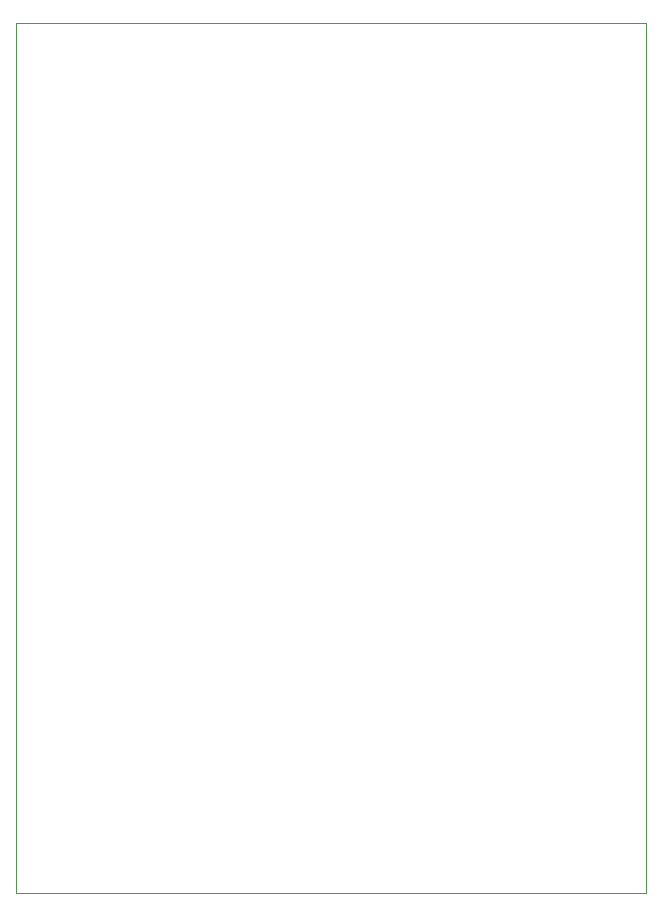
<source format=gbr>
%TF.GenerationSoftware,KiCad,Pcbnew,7.0.10*%
%TF.CreationDate,2024-02-15T22:38:08-05:00*%
%TF.ProjectId,CANRxPCB,43414e52-7850-4434-922e-6b696361645f,rev?*%
%TF.SameCoordinates,Original*%
%TF.FileFunction,Profile,NP*%
%FSLAX46Y46*%
G04 Gerber Fmt 4.6, Leading zero omitted, Abs format (unit mm)*
G04 Created by KiCad (PCBNEW 7.0.10) date 2024-02-15 22:38:08*
%MOMM*%
%LPD*%
G01*
G04 APERTURE LIST*
%TA.AperFunction,Profile*%
%ADD10C,0.100000*%
%TD*%
G04 APERTURE END LIST*
D10*
X177800000Y-50800000D02*
X177800000Y-124460000D01*
X177800000Y-124460000D02*
X124460000Y-124460000D01*
X124460000Y-124460000D02*
X124460000Y-50800000D01*
X124460000Y-50800000D02*
X177800000Y-50800000D01*
M02*

</source>
